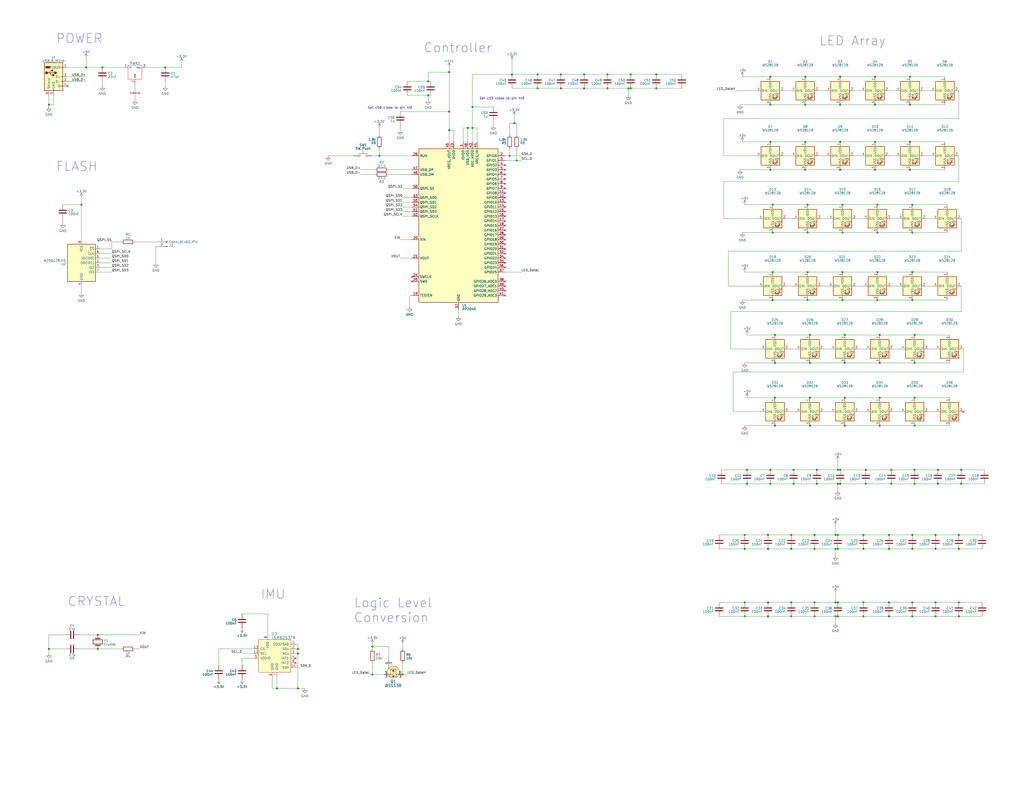
<source format=kicad_sch>
(kicad_sch (version 20230121) (generator eeschema)
  (paper "C")
  (junction (at 471.17 336.55))
  (junction (at 485.14 336.55))
  (junction (at 280.67 67.31))
  (junction (at 444.5 299.72))
  (junction (at 439.42 41.91))
  (junction (at 523.24 328.93))
  (junction (at 420.37 264.16))
  (junction (at 441.96 182.88))
  (junction (at 459.74 163.83))
  (junction (at 255.27 69.85))
  (junction (at 478.79 163.83))
  (junction (at 331.47 40.64))
  (junction (at 420.37 77.47))
  (junction (at 245.11 71.12))
  (junction (at 419.1 336.55))
  (junction (at 406.4 292.1))
  (junction (at 496.57 57.15))
  (junction (at 26.67 354.33))
  (junction (at 407.67 264.16))
  (junction (at 461.01 198.12))
  (junction (at 219.71 368.3))
  (junction (at 458.47 77.47))
  (junction (at 480.06 198.12))
  (junction (at 497.84 148.59))
  (junction (at 486.41 264.16))
  (junction (at 477.52 57.15))
  (junction (at 480.06 182.88))
  (junction (at 459.74 111.76))
  (junction (at 511.81 256.54))
  (junction (at 485.14 299.72))
  (junction (at 497.84 127))
  (junction (at 480.06 232.41))
  (junction (at 496.57 77.47))
  (junction (at 421.64 111.76))
  (junction (at 499.11 182.88))
  (junction (at 477.52 41.91))
  (junction (at 477.52 77.47))
  (junction (at 497.84 292.1))
  (junction (at 162.56 354.33))
  (junction (at 441.96 198.12))
  (junction (at 440.69 127))
  (junction (at 444.5 292.1))
  (junction (at 497.84 163.83))
  (junction (at 420.37 41.91))
  (junction (at 478.79 111.76))
  (junction (at 510.54 292.1))
  (junction (at 440.69 111.76))
  (junction (at 461.01 182.88))
  (junction (at 431.8 336.55))
  (junction (at 458.47 256.54))
  (junction (at 433.07 264.16))
  (junction (at 499.11 198.12))
  (junction (at 278.13 85.09))
  (junction (at 471.17 299.72))
  (junction (at 455.93 336.55))
  (junction (at 461.01 232.41))
  (junction (at 233.68 52.07))
  (junction (at 439.42 77.47))
  (junction (at 233.68 44.45))
  (junction (at 457.2 264.16))
  (junction (at 26.67 57.15))
  (junction (at 279.4 40.64))
  (junction (at 457.2 292.1))
  (junction (at 306.07 48.26))
  (junction (at 461.01 217.17))
  (junction (at 55.88 36.83))
  (junction (at 458.47 57.15))
  (junction (at 523.24 292.1))
  (junction (at 496.57 92.71))
  (junction (at 419.1 299.72))
  (junction (at 203.2 368.3))
  (junction (at 485.14 292.1))
  (junction (at 511.81 264.16))
  (junction (at 431.8 299.72))
  (junction (at 90.17 36.83))
  (junction (at 455.93 299.72))
  (junction (at 281.94 87.63))
  (junction (at 406.4 328.93))
  (junction (at 471.17 328.93))
  (junction (at 431.8 328.93))
  (junction (at 445.77 256.54))
  (junction (at 440.69 163.83))
  (junction (at 457.2 328.93))
  (junction (at 420.37 57.15))
  (junction (at 331.47 48.26))
  (junction (at 499.11 232.41))
  (junction (at 439.42 92.71))
  (junction (at 421.64 148.59))
  (junction (at 441.96 217.17))
  (junction (at 499.11 256.54))
  (junction (at 457.2 336.55))
  (junction (at 524.51 256.54))
  (junction (at 510.54 299.72))
  (junction (at 419.1 328.93))
  (junction (at 497.84 336.55))
  (junction (at 510.54 328.93))
  (junction (at 458.47 41.91))
  (junction (at 344.17 40.64))
  (junction (at 46.99 36.83))
  (junction (at 257.81 58.42))
  (junction (at 458.47 264.16))
  (junction (at 497.84 111.76))
  (junction (at 523.24 299.72))
  (junction (at 497.84 299.72))
  (junction (at 358.14 48.26))
  (junction (at 431.8 292.1))
  (junction (at 455.93 328.93))
  (junction (at 203.2 353.06))
  (junction (at 207.01 85.09))
  (junction (at 318.77 48.26))
  (junction (at 499.11 217.17))
  (junction (at 293.37 40.64))
  (junction (at 499.11 264.16))
  (junction (at 257.81 69.85))
  (junction (at 440.69 148.59))
  (junction (at 444.5 328.93))
  (junction (at 422.91 217.17))
  (junction (at 472.44 256.54))
  (junction (at 472.44 264.16))
  (junction (at 441.96 232.41))
  (junction (at 44.45 111.76))
  (junction (at 422.91 182.88))
  (junction (at 471.17 292.1))
  (junction (at 458.47 92.71))
  (junction (at 406.4 299.72))
  (junction (at 457.2 299.72))
  (junction (at 406.4 336.55))
  (junction (at 245.11 39.37))
  (junction (at 318.77 40.64))
  (junction (at 459.74 148.59))
  (junction (at 407.67 256.54))
  (junction (at 497.84 328.93))
  (junction (at 342.9 48.26))
  (junction (at 524.51 264.16))
  (junction (at 457.2 256.54))
  (junction (at 433.07 256.54))
  (junction (at 344.17 48.26))
  (junction (at 162.56 356.87))
  (junction (at 306.07 40.64))
  (junction (at 480.06 217.17))
  (junction (at 485.14 328.93))
  (junction (at 523.24 336.55))
  (junction (at 444.5 336.55))
  (junction (at 162.56 375.92))
  (junction (at 358.14 40.64))
  (junction (at 53.34 354.33))
  (junction (at 478.79 148.59))
  (junction (at 486.41 256.54))
  (junction (at 496.57 41.91))
  (junction (at 245.11 60.96))
  (junction (at 459.74 127))
  (junction (at 420.37 256.54))
  (junction (at 293.37 48.26))
  (junction (at 421.64 163.83))
  (junction (at 439.42 57.15))
  (junction (at 477.52 92.71))
  (junction (at 53.34 346.71))
  (junction (at 478.79 127))
  (junction (at 420.37 92.71))
  (junction (at 419.1 292.1))
  (junction (at 510.54 336.55))
  (junction (at 421.64 127))
  (junction (at 422.91 198.12))
  (junction (at 445.77 264.16))
  (junction (at 422.91 232.41))
  (junction (at 455.93 292.1))
  (junction (at 151.13 375.92))
  (no_connect (at 275.59 138.43))
  (no_connect (at 525.78 224.79))
  (no_connect (at 275.59 156.21))
  (no_connect (at 275.59 120.65))
  (no_connect (at 275.59 110.49))
  (no_connect (at 275.59 128.27))
  (no_connect (at 275.59 97.79))
  (no_connect (at 275.59 143.51))
  (no_connect (at 275.59 95.25))
  (no_connect (at 224.79 151.13))
  (no_connect (at 275.59 130.81))
  (no_connect (at 275.59 102.87))
  (no_connect (at 275.59 125.73))
  (no_connect (at 275.59 153.67))
  (no_connect (at 275.59 113.03))
  (no_connect (at 275.59 100.33))
  (no_connect (at 275.59 90.17))
  (no_connect (at 36.83 46.99))
  (no_connect (at 275.59 146.05))
  (no_connect (at 275.59 158.75))
  (no_connect (at 161.29 359.41))
  (no_connect (at 275.59 92.71))
  (no_connect (at 275.59 123.19))
  (no_connect (at 275.59 115.57))
  (no_connect (at 275.59 161.29))
  (no_connect (at 275.59 140.97))
  (no_connect (at 275.59 105.41))
  (no_connect (at 275.59 135.89))
  (no_connect (at 275.59 107.95))
  (no_connect (at 161.29 361.95))
  (no_connect (at 224.79 153.67))
  (no_connect (at 275.59 133.35))
  (no_connect (at 275.59 118.11))
  (wire (pts (xy 422.91 182.88) (xy 441.96 182.88)))
  (wire (pts (xy 26.67 346.71) (xy 26.67 354.33)))
  (wire (pts (xy 257.81 69.85) (xy 257.81 58.42)))
  (wire (pts (xy 278.13 73.66) (xy 278.13 67.31)))
  (wire (pts (xy 331.47 48.26) (xy 342.9 48.26)))
  (wire (pts (xy 306.07 40.64) (xy 318.77 40.64)))
  (wire (pts (xy 430.53 224.79) (xy 434.34 224.79)))
  (wire (pts (xy 421.64 148.59) (xy 440.69 148.59)))
  (wire (pts (xy 510.54 299.72) (xy 523.24 299.72)))
  (wire (pts (xy 279.4 40.64) (xy 293.37 40.64)))
  (wire (pts (xy 196.85 95.25) (xy 204.47 95.25)))
  (wire (pts (xy 26.67 57.15) (xy 26.67 52.07)))
  (wire (pts (xy 525.78 203.2) (xy 400.05 203.2)))
  (wire (pts (xy 420.37 256.54) (xy 433.07 256.54)))
  (wire (pts (xy 293.37 40.64) (xy 306.07 40.64)))
  (wire (pts (xy 458.47 77.47) (xy 477.52 77.47)))
  (wire (pts (xy 275.59 85.09) (xy 278.13 85.09)))
  (wire (pts (xy 420.37 57.15) (xy 439.42 57.15)))
  (wire (pts (xy 233.68 39.37) (xy 245.11 39.37)))
  (wire (pts (xy 419.1 299.72) (xy 431.8 299.72)))
  (wire (pts (xy 485.14 49.53) (xy 488.95 49.53)))
  (wire (pts (xy 466.09 49.53) (xy 469.9 49.53)))
  (wire (pts (xy 524.51 256.54) (xy 537.21 256.54)))
  (wire (pts (xy 207.01 85.09) (xy 224.79 85.09)))
  (wire (pts (xy 393.7 264.16) (xy 407.67 264.16)))
  (wire (pts (xy 85.09 134.62) (xy 85.09 143.51)))
  (wire (pts (xy 275.59 87.63) (xy 281.94 87.63)))
  (wire (pts (xy 405.13 127) (xy 421.64 127)))
  (wire (pts (xy 444.5 292.1) (xy 455.93 292.1)))
  (wire (pts (xy 212.09 353.06) (xy 203.2 353.06)))
  (wire (pts (xy 457.2 251.46) (xy 457.2 256.54)))
  (wire (pts (xy 406.4 328.93) (xy 419.1 328.93)))
  (wire (pts (xy 459.74 163.83) (xy 478.79 163.83)))
  (wire (pts (xy 444.5 299.72) (xy 455.93 299.72)))
  (wire (pts (xy 245.11 71.12) (xy 245.11 77.47)))
  (wire (pts (xy 523.24 85.09) (xy 523.24 99.06)))
  (wire (pts (xy 444.5 336.55) (xy 455.93 336.55)))
  (wire (pts (xy 398.78 170.18) (xy 398.78 190.5)))
  (wire (pts (xy 318.77 48.26) (xy 331.47 48.26)))
  (wire (pts (xy 151.13 369.57) (xy 151.13 375.92)))
  (wire (pts (xy 431.8 328.93) (xy 444.5 328.93)))
  (wire (pts (xy 499.11 232.41) (xy 518.16 232.41)))
  (wire (pts (xy 422.91 217.17) (xy 441.96 217.17)))
  (wire (pts (xy 161.29 364.49) (xy 163.83 364.49)))
  (wire (pts (xy 34.29 111.76) (xy 44.45 111.76)))
  (wire (pts (xy 485.14 85.09) (xy 488.95 85.09)))
  (wire (pts (xy 449.58 224.79) (xy 453.39 224.79)))
  (wire (pts (xy 53.34 346.71) (xy 76.2 346.71)))
  (wire (pts (xy 73.66 132.08) (xy 86.36 132.08)))
  (wire (pts (xy 54.61 143.51) (xy 60.96 143.51)))
  (wire (pts (xy 439.42 77.47) (xy 458.47 77.47)))
  (wire (pts (xy 440.69 127) (xy 459.74 127)))
  (wire (pts (xy 458.47 256.54) (xy 472.44 256.54)))
  (wire (pts (xy 457.2 264.16) (xy 457.2 267.97)))
  (wire (pts (xy 212.09 360.68) (xy 212.09 353.06)))
  (wire (pts (xy 260.35 77.47) (xy 260.35 69.85)))
  (wire (pts (xy 162.56 375.92) (xy 166.37 375.92)))
  (wire (pts (xy 132.08 335.28) (xy 146.05 335.28)))
  (wire (pts (xy 445.77 256.54) (xy 457.2 256.54)))
  (wire (pts (xy 35.56 346.71) (xy 26.67 346.71)))
  (wire (pts (xy 60.96 135.89) (xy 54.61 135.89)))
  (wire (pts (xy 26.67 354.33) (xy 35.56 354.33)))
  (wire (pts (xy 448.31 119.38) (xy 452.12 119.38)))
  (wire (pts (xy 457.2 299.72) (xy 471.17 299.72)))
  (wire (pts (xy 218.44 68.58) (xy 218.44 71.12)))
  (wire (pts (xy 132.08 363.22) (xy 132.08 359.41)))
  (wire (pts (xy 461.01 217.17) (xy 480.06 217.17)))
  (wire (pts (xy 447.04 49.53) (xy 450.85 49.53)))
  (wire (pts (xy 485.14 328.93) (xy 497.84 328.93)))
  (wire (pts (xy 275.59 148.59) (xy 284.48 148.59)))
  (wire (pts (xy 162.56 356.87) (xy 162.56 375.92)))
  (wire (pts (xy 459.74 127) (xy 478.79 127)))
  (wire (pts (xy 457.2 336.55) (xy 471.17 336.55)))
  (wire (pts (xy 455.93 336.55) (xy 457.2 336.55)))
  (wire (pts (xy 119.38 363.22) (xy 119.38 354.33)))
  (wire (pts (xy 219.71 115.57) (xy 224.79 115.57)))
  (wire (pts (xy 511.81 256.54) (xy 524.51 256.54)))
  (wire (pts (xy 90.17 44.45) (xy 90.17 46.99)))
  (wire (pts (xy 457.2 264.16) (xy 458.47 264.16)))
  (wire (pts (xy 477.52 92.71) (xy 496.57 92.71)))
  (wire (pts (xy 486.41 119.38) (xy 490.22 119.38)))
  (wire (pts (xy 233.68 52.07) (xy 234.95 52.07)))
  (wire (pts (xy 233.68 39.37) (xy 233.68 44.45)))
  (wire (pts (xy 472.44 256.54) (xy 486.41 256.54)))
  (wire (pts (xy 26.67 58.42) (xy 26.67 57.15)))
  (wire (pts (xy 219.71 113.03) (xy 224.79 113.03)))
  (wire (pts (xy 477.52 41.91) (xy 496.57 41.91)))
  (wire (pts (xy 505.46 119.38) (xy 509.27 119.38)))
  (wire (pts (xy 407.67 264.16) (xy 420.37 264.16)))
  (wire (pts (xy 406.4 336.55) (xy 419.1 336.55)))
  (wire (pts (xy 278.13 85.09) (xy 284.48 85.09)))
  (wire (pts (xy 245.11 36.83) (xy 245.11 39.37)))
  (wire (pts (xy 441.96 232.41) (xy 461.01 232.41)))
  (wire (pts (xy 524.51 170.18) (xy 398.78 170.18)))
  (wire (pts (xy 405.13 77.47) (xy 420.37 77.47)))
  (wire (pts (xy 524.51 119.38) (xy 524.51 137.16)))
  (wire (pts (xy 269.24 66.04) (xy 269.24 68.58)))
  (wire (pts (xy 358.14 48.26) (xy 372.11 48.26)))
  (wire (pts (xy 252.73 69.85) (xy 255.27 69.85)))
  (wire (pts (xy 486.41 264.16) (xy 499.11 264.16)))
  (wire (pts (xy 478.79 163.83) (xy 497.84 163.83)))
  (wire (pts (xy 203.2 353.06) (xy 203.2 354.33)))
  (wire (pts (xy 36.83 36.83) (xy 46.99 36.83)))
  (wire (pts (xy 162.56 354.33) (xy 162.56 356.87)))
  (wire (pts (xy 458.47 92.71) (xy 477.52 92.71)))
  (wire (pts (xy 497.84 336.55) (xy 510.54 336.55)))
  (wire (pts (xy 523.24 99.06) (xy 394.97 99.06)))
  (wire (pts (xy 306.07 48.26) (xy 318.77 48.26)))
  (wire (pts (xy 255.27 69.85) (xy 257.81 69.85)))
  (wire (pts (xy 440.69 148.59) (xy 459.74 148.59)))
  (wire (pts (xy 468.63 190.5) (xy 472.44 190.5)))
  (wire (pts (xy 458.47 57.15) (xy 477.52 57.15)))
  (wire (pts (xy 219.71 351.79) (xy 219.71 354.33)))
  (wire (pts (xy 455.93 287.02) (xy 455.93 292.1)))
  (wire (pts (xy 331.47 40.64) (xy 344.17 40.64)))
  (wire (pts (xy 257.81 77.47) (xy 257.81 69.85)))
  (wire (pts (xy 523.24 328.93) (xy 535.94 328.93)))
  (wire (pts (xy 510.54 328.93) (xy 523.24 328.93)))
  (wire (pts (xy 394.97 64.77) (xy 394.97 85.09)))
  (wire (pts (xy 148.59 369.57) (xy 148.59 375.92)))
  (wire (pts (xy 477.52 57.15) (xy 496.57 57.15)))
  (wire (pts (xy 400.05 203.2) (xy 400.05 224.79)))
  (wire (pts (xy 421.64 163.83) (xy 440.69 163.83)))
  (wire (pts (xy 281.94 87.63) (xy 284.48 87.63)))
  (wire (pts (xy 525.78 190.5) (xy 525.78 203.2)))
  (wire (pts (xy 146.05 335.28) (xy 146.05 346.71)))
  (wire (pts (xy 439.42 57.15) (xy 458.47 57.15)))
  (wire (pts (xy 455.93 336.55) (xy 455.93 340.36)))
  (wire (pts (xy 212.09 92.71) (xy 224.79 92.71)))
  (wire (pts (xy 499.11 256.54) (xy 511.81 256.54)))
  (wire (pts (xy 207.01 81.28) (xy 207.01 85.09)))
  (wire (pts (xy 406.4 148.59) (xy 421.64 148.59)))
  (wire (pts (xy 161.29 354.33) (xy 162.56 354.33)))
  (wire (pts (xy 406.4 198.12) (xy 422.91 198.12)))
  (wire (pts (xy 278.13 81.28) (xy 278.13 85.09)))
  (wire (pts (xy 223.52 167.64) (xy 223.52 161.29)))
  (wire (pts (xy 441.96 217.17) (xy 461.01 217.17)))
  (wire (pts (xy 487.68 224.79) (xy 491.49 224.79)))
  (wire (pts (xy 219.71 107.95) (xy 224.79 107.95)))
  (wire (pts (xy 431.8 299.72) (xy 444.5 299.72)))
  (wire (pts (xy 43.18 354.33) (xy 53.34 354.33)))
  (wire (pts (xy 90.17 36.83) (xy 99.06 36.83)))
  (wire (pts (xy 497.84 148.59) (xy 516.89 148.59)))
  (wire (pts (xy 496.57 77.47) (xy 515.62 77.47)))
  (wire (pts (xy 398.78 190.5) (xy 415.29 190.5)))
  (wire (pts (xy 222.25 44.45) (xy 233.68 44.45)))
  (wire (pts (xy 524.51 156.21) (xy 524.51 170.18)))
  (wire (pts (xy 406.4 292.1) (xy 419.1 292.1)))
  (wire (pts (xy 281.94 81.28) (xy 281.94 87.63)))
  (wire (pts (xy 344.17 48.26) (xy 358.14 48.26)))
  (wire (pts (xy 233.68 52.07) (xy 233.68 54.61)))
  (wire (pts (xy 407.67 256.54) (xy 420.37 256.54)))
  (wire (pts (xy 419.1 336.55) (xy 431.8 336.55)))
  (wire (pts (xy 394.97 119.38) (xy 414.02 119.38)))
  (wire (pts (xy 203.2 368.3) (xy 209.55 368.3)))
  (wire (pts (xy 400.05 224.79) (xy 415.29 224.79)))
  (wire (pts (xy 458.47 41.91) (xy 477.52 41.91)))
  (wire (pts (xy 392.43 299.72) (xy 406.4 299.72)))
  (wire (pts (xy 471.17 292.1) (xy 485.14 292.1)))
  (wire (pts (xy 358.14 40.64) (xy 372.11 40.64)))
  (wire (pts (xy 201.93 368.3) (xy 203.2 368.3)))
  (wire (pts (xy 407.67 182.88) (xy 422.91 182.88)))
  (wire (pts (xy 148.59 375.92) (xy 151.13 375.92)))
  (wire (pts (xy 455.93 299.72) (xy 455.93 303.53)))
  (wire (pts (xy 524.51 137.16) (xy 397.51 137.16)))
  (wire (pts (xy 55.88 44.45) (xy 55.88 46.99)))
  (wire (pts (xy 448.31 156.21) (xy 452.12 156.21)))
  (wire (pts (xy 485.14 292.1) (xy 497.84 292.1)))
  (wire (pts (xy 219.71 110.49) (xy 224.79 110.49)))
  (wire (pts (xy 406.4 299.72) (xy 419.1 299.72)))
  (wire (pts (xy 499.11 217.17) (xy 518.16 217.17)))
  (wire (pts (xy 80.01 36.83) (xy 90.17 36.83)))
  (wire (pts (xy 278.13 67.31) (xy 280.67 67.31)))
  (wire (pts (xy 212.09 95.25) (xy 224.79 95.25)))
  (wire (pts (xy 497.84 328.93) (xy 510.54 328.93)))
  (wire (pts (xy 54.61 138.43) (xy 60.96 138.43)))
  (wire (pts (xy 420.37 92.71) (xy 439.42 92.71)))
  (wire (pts (xy 397.51 156.21) (xy 414.02 156.21)))
  (wire (pts (xy 405.13 41.91) (xy 420.37 41.91)))
  (wire (pts (xy 504.19 85.09) (xy 508 85.09)))
  (wire (pts (xy 506.73 224.79) (xy 510.54 224.79)))
  (wire (pts (xy 449.58 190.5) (xy 453.39 190.5)))
  (wire (pts (xy 44.45 111.76) (xy 44.45 130.81)))
  (wire (pts (xy 480.06 217.17) (xy 499.11 217.17)))
  (wire (pts (xy 480.06 232.41) (xy 499.11 232.41)))
  (wire (pts (xy 420.37 41.91) (xy 439.42 41.91)))
  (wire (pts (xy 496.57 57.15) (xy 515.62 57.15)))
  (wire (pts (xy 392.43 292.1) (xy 406.4 292.1)))
  (wire (pts (xy 444.5 328.93) (xy 455.93 328.93)))
  (wire (pts (xy 471.17 336.55) (xy 485.14 336.55)))
  (wire (pts (xy 247.65 71.12) (xy 245.11 71.12)))
  (wire (pts (xy 472.44 264.16) (xy 486.41 264.16)))
  (wire (pts (xy 524.51 264.16) (xy 537.21 264.16)))
  (wire (pts (xy 497.84 299.72) (xy 510.54 299.72)))
  (wire (pts (xy 44.45 156.21) (xy 44.45 160.02)))
  (wire (pts (xy 260.35 69.85) (xy 257.81 69.85)))
  (wire (pts (xy 440.69 111.76) (xy 459.74 111.76)))
  (wire (pts (xy 461.01 182.88) (xy 480.06 182.88)))
  (wire (pts (xy 196.85 92.71) (xy 204.47 92.71)))
  (wire (pts (xy 132.08 356.87) (xy 138.43 356.87)))
  (wire (pts (xy 279.4 33.02) (xy 279.4 40.64)))
  (wire (pts (xy 43.18 346.71) (xy 53.34 346.71)))
  (wire (pts (xy 34.29 119.38) (xy 34.29 121.92)))
  (wire (pts (xy 218.44 130.81) (xy 224.79 130.81)))
  (wire (pts (xy 511.81 264.16) (xy 524.51 264.16)))
  (wire (pts (xy 54.61 140.97) (xy 60.96 140.97)))
  (wire (pts (xy 497.84 111.76) (xy 516.89 111.76)))
  (wire (pts (xy 427.99 85.09) (xy 431.8 85.09)))
  (wire (pts (xy 342.9 48.26) (xy 342.9 52.07)))
  (wire (pts (xy 219.71 102.87) (xy 224.79 102.87)))
  (wire (pts (xy 468.63 224.79) (xy 472.44 224.79)))
  (wire (pts (xy 394.97 85.09) (xy 412.75 85.09)))
  (wire (pts (xy 439.42 41.91) (xy 458.47 41.91)))
  (wire (pts (xy 466.09 85.09) (xy 469.9 85.09)))
  (wire (pts (xy 393.7 256.54) (xy 407.67 256.54)))
  (wire (pts (xy 203.2 361.95) (xy 203.2 368.3)))
  (wire (pts (xy 421.64 127) (xy 440.69 127)))
  (wire (pts (xy 457.2 256.54) (xy 458.47 256.54)))
  (wire (pts (xy 73.66 354.33) (xy 76.2 354.33)))
  (wire (pts (xy 440.69 163.83) (xy 459.74 163.83)))
  (wire (pts (xy 406.4 111.76) (xy 421.64 111.76)))
  (wire (pts (xy 219.71 361.95) (xy 219.71 368.3)))
  (wire (pts (xy 457.2 292.1) (xy 471.17 292.1)))
  (wire (pts (xy 162.56 351.79) (xy 162.56 354.33)))
  (wire (pts (xy 318.77 40.64) (xy 331.47 40.64)))
  (wire (pts (xy 247.65 77.47) (xy 247.65 71.12)))
  (wire (pts (xy 252.73 77.47) (xy 252.73 69.85)))
  (wire (pts (xy 431.8 292.1) (xy 444.5 292.1)))
  (wire (pts (xy 119.38 354.33) (xy 138.43 354.33)))
  (wire (pts (xy 447.04 85.09) (xy 450.85 85.09)))
  (wire (pts (xy 219.71 118.11) (xy 224.79 118.11)))
  (wire (pts (xy 485.14 299.72) (xy 497.84 299.72)))
  (wire (pts (xy 429.26 119.38) (xy 433.07 119.38)))
  (wire (pts (xy 441.96 198.12) (xy 461.01 198.12)))
  (wire (pts (xy 433.07 264.16) (xy 445.77 264.16)))
  (wire (pts (xy 60.96 132.08) (xy 60.96 135.89)))
  (wire (pts (xy 406.4 232.41) (xy 422.91 232.41)))
  (wire (pts (xy 203.2 85.09) (xy 207.01 85.09)))
  (wire (pts (xy 222.25 52.07) (xy 233.68 52.07)))
  (wire (pts (xy 461.01 232.41) (xy 480.06 232.41)))
  (wire (pts (xy 255.27 77.47) (xy 255.27 69.85)))
  (wire (pts (xy 392.43 336.55) (xy 406.4 336.55)))
  (wire (pts (xy 523.24 299.72) (xy 535.94 299.72)))
  (wire (pts (xy 46.99 36.83) (xy 55.88 36.83)))
  (wire (pts (xy 505.46 156.21) (xy 509.27 156.21)))
  (wire (pts (xy 281.94 67.31) (xy 281.94 73.66)))
  (wire (pts (xy 478.79 127) (xy 497.84 127)))
  (wire (pts (xy 457.2 328.93) (xy 471.17 328.93)))
  (wire (pts (xy 245.11 60.96) (xy 245.11 71.12)))
  (wire (pts (xy 29.21 57.15) (xy 26.67 57.15)))
  (wire (pts (xy 73.66 45.72) (xy 73.66 54.61)))
  (wire (pts (xy 487.68 190.5) (xy 491.49 190.5)))
  (wire (pts (xy 420.37 77.47) (xy 439.42 77.47)))
  (wire (pts (xy 401.32 49.53) (xy 412.75 49.53)))
  (wire (pts (xy 471.17 328.93) (xy 485.14 328.93)))
  (wire (pts (xy 459.74 111.76) (xy 478.79 111.76)))
  (wire (pts (xy 60.96 132.08) (xy 66.04 132.08)))
  (wire (pts (xy 250.19 168.91) (xy 250.19 172.72)))
  (wire (pts (xy 419.1 292.1) (xy 431.8 292.1)))
  (wire (pts (xy 478.79 111.76) (xy 497.84 111.76)))
  (wire (pts (xy 455.93 292.1) (xy 457.2 292.1)))
  (wire (pts (xy 504.19 49.53) (xy 508 49.53)))
  (wire (pts (xy 218.44 60.96) (xy 245.11 60.96)))
  (wire (pts (xy 486.41 156.21) (xy 490.22 156.21)))
  (wire (pts (xy 480.06 182.88) (xy 499.11 182.88)))
  (wire (pts (xy 427.99 49.53) (xy 431.8 49.53)))
  (wire (pts (xy 203.2 351.79) (xy 203.2 353.06)))
  (wire (pts (xy 179.07 85.09) (xy 193.04 85.09)))
  (wire (pts (xy 53.34 354.33) (xy 66.04 354.33)))
  (wire (pts (xy 29.21 52.07) (xy 29.21 57.15)))
  (wire (pts (xy 420.37 264.16) (xy 433.07 264.16)))
  (wire (pts (xy 497.84 163.83) (xy 516.89 163.83)))
  (wire (pts (xy 431.8 336.55) (xy 444.5 336.55)))
  (wire (pts (xy 46.99 31.75) (xy 46.99 36.83)))
  (wire (pts (xy 86.36 134.62) (xy 85.09 134.62)))
  (wire (pts (xy 54.61 148.59) (xy 60.96 148.59)))
  (wire (pts (xy 496.57 92.71) (xy 515.62 92.71)))
  (wire (pts (xy 36.83 44.45) (xy 46.99 44.45)))
  (wire (pts (xy 293.37 48.26) (xy 306.07 48.26)))
  (wire (pts (xy 151.13 375.92) (xy 162.56 375.92)))
  (wire (pts (xy 280.67 67.31) (xy 281.94 67.31)))
  (wire (pts (xy 223.52 161.29) (xy 224.79 161.29)))
  (wire (pts (xy 405.13 163.83) (xy 421.64 163.83)))
  (wire (pts (xy 455.93 323.85) (xy 455.93 328.93)))
  (wire (pts (xy 471.17 299.72) (xy 485.14 299.72)))
  (wire (pts (xy 403.86 92.71) (xy 420.37 92.71)))
  (wire (pts (xy 458.47 264.16) (xy 472.44 264.16)))
  (wire (pts (xy 397.51 137.16) (xy 397.51 156.21)))
  (wire (pts (xy 279.4 48.26) (xy 293.37 48.26)))
  (wire (pts (xy 44.45 107.95) (xy 44.45 111.76)))
  (wire (pts (xy 429.26 156.21) (xy 433.07 156.21)))
  (wire (pts (xy 280.67 63.5) (xy 280.67 67.31)))
  (wire (pts (xy 26.67 356.87) (xy 26.67 354.33)))
  (wire (pts (xy 480.06 198.12) (xy 499.11 198.12)))
  (wire (pts (xy 439.42 92.71) (xy 458.47 92.71)))
  (wire (pts (xy 523.24 49.53) (xy 523.24 64.77)))
  (wire (pts (xy 207.01 69.85) (xy 207.01 73.66)))
  (wire (pts (xy 497.84 127) (xy 516.89 127)))
  (wire (pts (xy 233.68 44.45) (xy 234.95 44.45)))
  (wire (pts (xy 422.91 232.41) (xy 441.96 232.41)))
  (wire (pts (xy 218.44 140.97) (xy 224.79 140.97)))
  (wire (pts (xy 523.24 336.55) (xy 535.94 336.55)))
  (wire (pts (xy 499.11 182.88) (xy 518.16 182.88)))
  (wire (pts (xy 496.57 41.91) (xy 515.62 41.91)))
  (wire (pts (xy 161.29 351.79) (xy 162.56 351.79)))
  (wire (pts (xy 245.11 39.37) (xy 245.11 60.96)))
  (wire (pts (xy 510.54 336.55) (xy 523.24 336.55)))
  (wire (pts (xy 55.88 36.83) (xy 67.31 36.83)))
  (wire (pts (xy 99.06 34.29) (xy 99.06 36.83)))
  (wire (pts (xy 485.14 336.55) (xy 497.84 336.55)))
  (wire (pts (xy 36.83 41.91) (xy 46.99 41.91)))
  (wire (pts (xy 257.81 40.64) (xy 257.81 58.42)))
  (wire (pts (xy 467.36 156.21) (xy 471.17 156.21)))
  (wire (pts (xy 499.11 264.16) (xy 511.81 264.16)))
  (wire (pts (xy 433.07 256.54) (xy 445.77 256.54)))
  (wire (pts (xy 441.96 182.88) (xy 461.01 182.88)))
  (wire (pts (xy 161.29 356.87) (xy 162.56 356.87)))
  (wire (pts (xy 257.81 40.64) (xy 279.4 40.64)))
  (wire (pts (xy 478.79 148.59) (xy 497.84 148.59)))
  (wire (pts (xy 430.53 190.5) (xy 434.34 190.5)))
  (wire (pts (xy 499.11 198.12) (xy 518.16 198.12)))
  (wire (pts (xy 421.64 111.76) (xy 440.69 111.76)))
  (wire (pts (xy 342.9 48.26) (xy 344.17 48.26)))
  (wire (pts (xy 257.81 58.42) (xy 269.24 58.42)))
  (wire (pts (xy 461.01 198.12) (xy 480.06 198.12)))
  (wire (pts (xy 344.17 40.64) (xy 358.14 40.64)))
  (wire (pts (xy 132.08 359.41) (xy 138.43 359.41)))
  (wire (pts (xy 459.74 148.59) (xy 478.79 148.59)))
  (wire (pts (xy 506.73 190.5) (xy 510.54 190.5)))
  (wire (pts (xy 486.41 256.54) (xy 499.11 256.54)))
  (wire (pts (xy 477.52 77.47) (xy 496.57 77.47)))
  (wire (pts (xy 455.93 299.72) (xy 457.2 299.72)))
  (wire (pts (xy 523.24 292.1) (xy 535.94 292.1)))
  (wire (pts (xy 510.54 292.1) (xy 523.24 292.1)))
  (wire (pts (xy 523.24 64.77) (xy 394.97 64.77)))
  (wire (pts (xy 54.61 146.05) (xy 60.96 146.05)))
  (wire (pts (xy 445.77 264.16) (xy 457.2 264.16)))
  (wire (pts (xy 403.86 57.15) (xy 420.37 57.15)))
  (wire (pts (xy 419.1 328.93) (xy 431.8 328.93)))
  (wire (pts (xy 392.43 328.93) (xy 406.4 328.93)))
  (wire (pts (xy 467.36 119.38) (xy 471.17 119.38)))
  (wire (pts (xy 497.84 292.1) (xy 510.54 292.1)))
  (wire (pts (xy 407.67 217.17) (xy 422.91 217.17)))
  (wire (pts (xy 422.91 198.12) (xy 441.96 198.12)))
  (wire (pts (xy 394.97 99.06) (xy 394.97 119.38)))
  (wire (pts (xy 219.71 368.3) (xy 222.25 368.3)))
  (wire (pts (xy 455.93 328.93) (xy 457.2 328.93)))
  (text "POWER" (at 30.48 24.13 0) (effects (font (size 5 5)) (justify left bottom)))
  (text "Logic Level\nConversion " (at 193.04 340.36 0) (effects (font (size 5 5)) (justify left bottom)))
  (text "Get c53 close to pin 44!" (at 261.62 54.61 0) (effects (font (size 1.27 1.27)) (justify left bottom)))
  (text "Get c56 close to pin 45!" (at 200.66 59.69 0) (effects (font (size 1.27 1.27)) (justify left bottom)))
  (text "IMU" (at 142.24 327.66 0) (effects (font (size 5 5)) (justify left bottom)))
  (text "CRYSTAL" (at 36.83 331.47 0) (effects (font (size 5 5)) (justify left bottom)))
  (text "Controller" (at 231.14 29.21 0) (effects (font (size 5 5)) (justify left bottom)))
  (text "LED Array" (at 447.04 25.4 0) (effects (font (size 5 5)) (justify left bottom)))
  (text "FLASH" (at 30.48 93.98 0) (effects (font (size 5 5)) (justify left bottom)))
  (label "QSPI_SS" (at 219.71 102.87 180))
  (label "LED_DataH" (at 401.32 49.53 180))
  (label "QSPI_SD1" (at 60.96 143.51 0))
  (label "SCL_0" (at 132.08 356.87 180))
  (label "QSPI_SS" (at 60.96 132.08 180))
  (label "XOUT" (at 218.44 140.97 180))
  (label "SDA_0" (at 163.83 364.49 0))
  (label "USB_D-" (at 46.99 44.45 180))
  (label "XIN" (at 76.2 346.71 0))
  (label "USB_D+" (at 46.99 41.91 180))
  (label "QSPI_SD2" (at 219.71 113.03 180))
  (label "USB_D+" (at 196.85 92.71 180))
  (label "QSPI_SD1" (at 219.71 110.49 180))
  (label "LED_DataH" (at 222.25 368.3 0))
  (label "QSPI_SD3" (at 60.96 148.59 0))
  (label "QSPI_SD2" (at 60.96 146.05 0))
  (label "QSPI_SD0" (at 219.71 107.95 180))
  (label "SDA_0" (at 284.48 85.09 0))
  (label "XOUT" (at 76.2 354.33 0))
  (label "SCL_0" (at 284.48 87.63 0))
  (label "LED_DataL" (at 284.48 148.59 0))
  (label "LED_DataL" (at 201.93 368.3 180))
  (label "USB_D-" (at 196.85 95.25 180))
  (label "QSPI_SCLK" (at 219.71 118.11 180))
  (label "XIN" (at 218.44 130.81 180))
  (label "QSPI_SD3" (at 219.71 115.57 180))
  (label "QSPI_SCLK" (at 60.96 138.43 0))
  (label "QSPI_SD0" (at 60.96 140.97 0))
  (symbol (lib_id "power:+5V") (at 407.67 182.88 0) (unit 1)
    (property "Reference" "#PWR017" (effects hide))
    (property "Value" "+5V" (at 407.67 179.3781 0))
  )
  (symbol (lib_id "Device:C") (at 535.94 295.91 0) (mirror y) (unit 1)
    (property "Reference" "C30" (at 533.019 295.2663 0) (effects (justify left)))
    (property "Value" "100nF" (at 533.019 297.1873 0) (effects (justify left)))
    (property "Footprint" "Capacitor_SMD:C_0603_1608Metric" (effects hide))
  )
  (symbol (lib_id "power:GND") (at 223.52 167.64 0) (unit 1)
    (property "Reference" "#PWR045" (effects hide))
    (property "Value" "GND" (at 223.52 171.7755 0))
  )
  (symbol (lib_id "Device:C") (at 344.17 44.45 0) (mirror y) (unit 1)
    (property "Reference" "C50" (at 341.249 43.8063 0) (effects (justify left)))
    (property "Value" "100nF" (at 341.249 45.7273 0) (effects (justify left)))
    (property "Footprint" "Capacitor_SMD:C_0603_1608Metric" (effects hide))
  )
  (symbol (lib_id "power:GND") (at 342.9 52.07 0) (unit 1)
    (property "Reference" "#PWR039" (effects hide))
    (property "Value" "GND" (at 342.9 56.2055 0))
  )
  (symbol (lib_id "LED:WS2812B") (at 477.52 49.53 0) (unit 1)
    (property "Reference" "D4" (at 477.52 33.639 0))
    (property "Value" "WS2812B" (at 477.52 35.56 0))
    (property "Footprint" "LED_SMD:LED_WS2812B-2020_PLCC4_2.0x2.0mm" (effects hide))
    (property "Datasheet" "https://cdn-shop.adafruit.com/datasheets/WS2812B.pdf" (effects hide))
  )
  (symbol (lib_id "Device:C") (at 119.38 367.03 0) (mirror y) (unit 1)
    (property "Reference" "C44" (at 116.459 366.3863 0) (effects (justify left)))
    (property "Value" "100nF" (at 116.459 368.3073 0) (effects (justify left)))
    (property "Footprint" "Capacitor_SMD:C_0603_1608Metric" (effects hide))
  )
  (symbol (lib_id "LED:WS2812B") (at 516.89 156.21 0) (unit 1)
    (property "Reference" "D24" (at 516.89 140.319 0))
    (property "Value" "WS2812B" (at 516.89 142.24 0))
    (property "Footprint" "LED_SMD:LED_WS2812B-2020_PLCC4_2.0x2.0mm" (effects hide))
    (property "Datasheet" "https://cdn-shop.adafruit.com/datasheets/WS2812B.pdf" (effects hide))
  )
  (symbol (lib_id "LED:WS2812B") (at 439.42 85.09 0) (unit 1)
    (property "Reference" "D8" (at 439.42 69.199 0))
    (property "Value" "WS2812B" (at 439.42 71.12 0))
    (property "Footprint" "LED_SMD:LED_WS2812B-2020_PLCC4_2.0x2.0mm" (effects hide))
    (property "Datasheet" "https://cdn-shop.adafruit.com/datasheets/WS2812B.pdf" (effects hide))
  )
  (symbol (lib_id "Device:C") (at 444.5 295.91 0) (mirror y) (unit 1)
    (property "Reference" "C23" (at 441.579 295.2663 0) (effects (justify left)))
    (property "Value" "100nF" (at 441.579 297.1873 0) (effects (justify left)))
    (property "Footprint" "Capacitor_SMD:C_0603_1608Metric" (effects hide))
  )
  (symbol (lib_id "Device:C") (at 406.4 295.91 0) (mirror y) (unit 1)
    (property "Reference" "C20" (at 403.479 295.2663 0) (effects (justify left)))
    (property "Value" "100nF" (at 403.479 297.1873 0) (effects (justify left)))
    (property "Footprint" "Capacitor_SMD:C_0603_1608Metric" (effects hide))
  )
  (symbol (lib_id "Device:C") (at 420.37 260.35 0) (mirror y) (unit 1)
    (property "Reference" "C7" (at 417.449 259.7063 0) (effects (justify left)))
    (property "Value" "100nF" (at 417.449 261.6273 0) (effects (justify left)))
    (property "Footprint" "Capacitor_SMD:C_0603_1608Metric" (effects hide))
  )
  (symbol (lib_id "power:+5V") (at 219.71 351.79 0) (unit 1)
    (property "Reference" "#PWR025" (effects hide))
    (property "Value" "+5V" (at 219.71 348.2881 0))
  )
  (symbol (lib_id "LED:WS2812B") (at 499.11 190.5 0) (unit 1)
    (property "Reference" "D29" (at 499.11 174.609 0))
    (property "Value" "WS2812B" (at 499.11 176.53 0))
    (property "Footprint" "LED_SMD:LED_WS2812B-2020_PLCC4_2.0x2.0mm" (effects hide))
    (property "Datasheet" "https://cdn-shop.adafruit.com/datasheets/WS2812B.pdf" (effects hide))
  )
  (symbol (lib_id "Device:R") (at 281.94 77.47 0) (mirror y) (unit 1)
    (property "Reference" "R8" (at 283.718 78.1137 0) (effects (justify right)))
    (property "Value" "1.8k" (at 283.718 76.1927 0) (effects (justify right)))
    (property "Footprint" "Resistor_SMD:R_0603_1608Metric_Pad0.98x0.95mm_HandSolder" (effects hide))
  )
  (symbol (lib_id "Device:C") (at 392.43 295.91 0) (mirror y) (unit 1)
    (property "Reference" "C19" (at 389.509 295.2663 0) (effects (justify left)))
    (property "Value" "100nF" (at 389.509 297.1873 0) (effects (justify left)))
    (property "Footprint" "Capacitor_SMD:C_0603_1608Metric" (effects hide))
  )
  (symbol (lib_id "LED:WS2812B") (at 497.84 119.38 0) (unit 1)
    (property "Reference" "D17" (at 497.84 103.489 0))
    (property "Value" "WS2812B" (at 497.84 105.41 0))
    (property "Footprint" "LED_SMD:LED_WS2812B-2020_PLCC4_2.0x2.0mm" (effects hide))
    (property "Datasheet" "https://cdn-shop.adafruit.com/datasheets/WS2812B.pdf" (effects hide))
  )
  (symbol (lib_id "Device:R") (at 69.85 354.33 90) (mirror x) (unit 1)
    (property "Reference" "R4" (at 69.85 358.3559 90))
    (property "Value" "1k" (at 69.85 356.4349 90))
    (property "Footprint" "Resistor_SMD:R_0603_1608Metric_Pad0.98x0.95mm_HandSolder" (effects hide))
  )
  (symbol (lib_id "Device:R") (at 208.28 92.71 90) (unit 1)
    (property "Reference" "R2" (at 208.28 88.6841 90))
    (property "Value" "27.4" (at 208.28 90.6051 90))
    (property "Footprint" "Resistor_SMD:R_0603_1608Metric_Pad0.98x0.95mm_HandSolder" (effects hide))
  )
  (symbol (lib_id "LED:WS2812B") (at 440.69 156.21 0) (unit 1)
    (property "Reference" "D20" (at 440.69 140.319 0))
    (property "Value" "WS2812B" (at 440.69 142.24 0))
    (property "Footprint" "LED_SMD:LED_WS2812B-2020_PLCC4_2.0x2.0mm" (effects hide))
    (property "Datasheet" "https://cdn-shop.adafruit.com/datasheets/WS2812B.pdf" (effects hide))
  )
  (symbol (lib_id "power:+5V") (at 457.2 251.46 0) (unit 1)
    (property "Reference" "#PWR027" (effects hide))
    (property "Value" "+5V" (at 457.2 247.9581 0))
  )
  (symbol (lib_id "power:+5V") (at 405.13 77.47 0) (unit 1)
    (property "Reference" "#PWR014" (effects hide))
    (property "Value" "+5V" (at 405.13 73.9681 0))
  )
  (symbol (lib_id "power:GND") (at 269.24 68.58 0) (unit 1)
    (property "Reference" "#PWR038" (effects hide))
    (property "Value" "GND" (at 269.24 72.7155 0))
  )
  (symbol (lib_id "Device:C") (at 419.1 295.91 0) (mirror y) (unit 1)
    (property "Reference" "C21" (at 416.179 295.2663 0) (effects (justify left)))
    (property "Value" "100nF" (at 416.179 297.1873 0) (effects (justify left)))
    (property "Footprint" "Capacitor_SMD:C_0603_1608Metric" (effects hide))
  )
  (symbol (lib_id "Device:C") (at 445.77 260.35 0) (mirror y) (unit 1)
    (property "Reference" "C9" (at 442.849 259.7063 0) (effects (justify left)))
    (property "Value" "100nF" (at 442.849 261.6273 0) (effects (justify left)))
    (property "Footprint" "Capacitor_SMD:C_0603_1608Metric" (effects hide))
  )
  (symbol (lib_id "LED:WS2812B") (at 461.01 224.79 0) (unit 1)
    (property "Reference" "D33" (at 461.01 208.899 0))
    (property "Value" "WS2812B" (at 461.01 210.82 0))
    (property "Footprint" "LED_SMD:LED_WS2812B-2020_PLCC4_2.0x2.0mm" (effects hide))
    (property "Datasheet" "https://cdn-shop.adafruit.com/datasheets/WS2812B.pdf" (effects hide))
  )
  (symbol (lib_id "power:+5V") (at 406.4 111.76 0) (unit 1)
    (property "Reference" "#PWR015" (effects hide))
    (property "Value" "+5V" (at 406.4 108.2581 0))
  )
  (symbol (lib_id "power:+3.3V") (at 207.01 69.85 0) (unit 1)
    (property "Reference" "#PWR048" (effects hide))
    (property "Value" "+3.3V" (at 207.01 66.3481 0))
  )
  (symbol (lib_id "Device:Crystal") (at 53.34 350.52 90) (unit 1)
    (property "Reference" "Y1" (at 56.6674 349.8763 90) (effects (justify right)))
    (property "Value" "Crystal" (at 56.6674 351.7973 90) (effects (justify right)))
    (property "Footprint" "Crystal:Crystal_SMD_HC49-SD" (effects hide))
  )
  (symbol (lib_id "Device:C") (at 132.08 339.09 0) (mirror y) (unit 1)
    (property "Reference" "C6" (at 129.159 338.4463 0) (effects (justify left)))
    (property "Value" "100nF" (at 129.159 340.3673 0) (effects (justify left)))
    (property "Footprint" "Capacitor_SMD:C_0603_1608Metric" (effects hide))
  )
  (symbol (lib_id "LED:WS2812B") (at 422.91 190.5 0) (unit 1)
    (property "Reference" "D25" (at 422.91 174.609 0))
    (property "Value" "WS2812B" (at 422.91 176.53 0))
    (property "Footprint" "LED_SMD:LED_WS2812B-2020_PLCC4_2.0x2.0mm" (effects hide))
    (property "Datasheet" "https://cdn-shop.adafruit.com/datasheets/WS2812B.pdf" (effects hide))
  )
  (symbol (lib_id "LED:WS2812B") (at 422.91 224.79 0) (unit 1)
    (property "Reference" "D31" (at 422.91 208.899 0))
    (property "Value" "WS2812B" (at 422.91 210.82 0))
    (property "Footprint" "LED_SMD:LED_WS2812B-2020_PLCC4_2.0x2.0mm" (effects hide))
    (property "Datasheet" "https://cdn-shop.adafruit.com/datasheets/WS2812B.pdf" (effects hide))
  )
  (symbol (lib_id "Device:C") (at 485.14 332.74 0) (mirror y) (unit 1)
    (property "Reference" "C38" (at 482.219 332.0963 0) (effects (justify left)))
    (property "Value" "100nF" (at 482.219 334.0173 0) (effects (justify left)))
    (property "Footprint" "Capacitor_SMD:C_0603_1608Metric" (effects hide))
  )
  (symbol (lib_id "MCU_RaspberryPi:RP2040") (at 250.19 123.19 0) (unit 1)
    (property "Reference" "U1" (at 252.1459 166.8225 0) (effects (justify left)))
    (property "Value" "RP2040" (at 252.1459 168.7435 0) (effects (justify left)))
    (property "Footprint" "Package_DFN_QFN:QFN-56-1EP_7x7mm_P0.4mm_EP3.2x3.2mm" (effects hide))
    (property "Datasheet" "https://datasheets.raspberrypi.com/rp2040/rp2040-datasheet.pdf" (effects hide))
  )
  (symbol (lib_id "LED:WS2812B") (at 497.84 156.21 0) (unit 1)
    (property "Reference" "D23" (at 497.84 140.319 0))
    (property "Value" "WS2812B" (at 497.84 142.24 0))
    (property "Footprint" "LED_SMD:LED_WS2812B-2020_PLCC4_2.0x2.0mm" (effects hide))
    (property "Datasheet" "https://cdn-shop.adafruit.com/datasheets/WS2812B.pdf" (effects hide))
  )
  (symbol (lib_id "Device:C") (at 132.08 367.03 0) (mirror y) (unit 1)
    (property "Reference" "C43" (at 129.159 366.3863 0) (effects (justify left)))
    (property "Value" "100nF" (at 129.159 368.3073 0) (effects (justify left)))
    (property "Footprint" "Capacitor_SMD:C_0603_1608Metric" (effects hide))
  )
  (symbol (lib_id "LED:WS2812B") (at 421.64 119.38 0) (unit 1)
    (property "Reference" "D13" (at 421.64 103.489 0))
    (property "Value" "WS2812B" (at 421.64 105.41 0))
    (property "Footprint" "LED_SMD:LED_WS2812B-2020_PLCC4_2.0x2.0mm" (effects hide))
    (property "Datasheet" "https://cdn-shop.adafruit.com/datasheets/WS2812B.pdf" (effects hide))
  )
  (symbol (lib_id "Device:R") (at 208.28 95.25 270) (mirror x) (unit 1)
    (property "Reference" "R3" (at 208.28 99.2759 90))
    (property "Value" "27.4" (at 208.28 97.3549 90))
    (property "Footprint" "Resistor_SMD:R_0603_1608Metric_Pad0.98x0.95mm_HandSolder" (effects hide))
  )
  (symbol (lib_id "Device:C") (at 39.37 354.33 90) (mirror x) (unit 1)
    (property "Reference" "C5" (at 39.37 359.4989 90))
    (property "Value" "27p" (at 39.37 357.5779 90))
    (property "Footprint" "Capacitor_SMD:C_0603_1608Metric" (effects hide))
  )
  (symbol (lib_id "LED:WS2812B") (at 478.79 156.21 0) (unit 1)
    (property "Reference" "D22" (at 478.79 140.319 0))
    (property "Value" "WS2812B" (at 478.79 142.24 0))
    (property "Footprint" "LED_SMD:LED_WS2812B-2020_PLCC4_2.0x2.0mm" (effects hide))
    (property "Datasheet" "https://cdn-shop.adafruit.com/datasheets/WS2812B.pdf" (effects hide))
  )
  (symbol (lib_id "Device:C") (at 39.37 346.71 90) (unit 1)
    (property "Reference" "C4" (at 39.37 341.5411 90))
    (property "Value" "27p" (at 39.37 343.4621 90))
    (property "Footprint" "Capacitor_SMD:C_0603_1608Metric" (effects hide))
  )
  (symbol (lib_id "power:+1V1") (at 245.11 36.83 0) (unit 1)
    (property "Reference" "#PWR041" (effects hide))
    (property "Value" "+1V1" (at 245.11 33.3281 0))
  )
  (symbol (lib_id "dk_Motion-Sensors-IMUs-Inertial-Measurement-Units:LSM6DS3TR") (at 148.59 359.41 0) (unit 1)
    (property "Reference" "U3" (at 148.0059 345.9939 0) (effects (font (size 1.524 1.524)) (justify left)))
    (property "Value" "LSM6DS3TR" (at 148.0059 348.2481 0) (effects (font (size 1.524 1.524)) (justify left)))
    (property "Footprint" "digikey-footprints:LGA-14L_2.5x3mm__LSM6DS3" (effects hide))
    (property "Datasheet" "http://www.st.com/content/ccc/resource/technical/document/datasheet/a3/f5/4f/ae/8e/44/41/d7/DM00133076.pdf/files/DM00133076.pdf/jcr:content/translations/en.DM00133076.pdf" (effects hide))
    (property "Digi-Key_PN" "497-15383-1-ND" (effects hide))
    (property "MPN" "LSM6DS3TR" (effects hide))
    (property "Category" "Sensors, Transducers" (effects hide))
    (property "Family" "Motion Sensors - IMUs (Inertial Measurement Units)" (effects hide))
    (property "DK_Datasheet_Link" "http://www.st.com/content/ccc/resource/technical/document/datasheet/a3/f5/4f/ae/8e/44/41/d7/DM00133076.pdf/files/DM00133076.pdf/jcr:content/translations/en.DM00133076.pdf" (effects hide))
    (property "DK_Detail_Page" "/product-detail/en/stmicroelectronics/LSM6DS3TR/497-15383-1-ND/5180534" (effects hide))
    (property "Description" "IMU ACCEL/GYRO I2C/SPI 14VFLGA" (effects hide))
    (property "Manufacturer" "STMicroelectronics" (effects hide))
    (property "Status" "Active" (effects hide))
  )
  (symbol (lib_id "Memory_Flash:W25Q128JVS") (at 44.45 143.51 0) (mirror y) (unit 1)
    (property "Reference" "U2" (at 36.0681 144.1537 0) (effects (justify left)))
    (property "Value" "W25Q128JVS" (at 36.0681 142.2327 0) (effects (justify left)))
    (property "Footprint" "Package_SO:SOIC-8_5.23x5.23mm_P1.27mm" (effects hide))
    (property "Datasheet" "http://www.winbond.com/resource-files/w25q128jv_dtr%20revc%2003272018%20plus.pdf" (effects hide))
  )
  (symbol (lib_id "Device:C") (at 222.25 48.26 0) (mirror y) (unit 1)
    (property "Reference" "C54" (at 219.329 47.6163 0) (effects (justify left)))
    (property "Value" "100nF" (at 219.329 49.5373 0) (effects (justify left)))
    (property "Footprint" "Capacitor_SMD:C_0603_1608Metric" (effects hide))
  )
  (symbol (lib_id "Device:C") (at 510.54 295.91 0) (mirror y) (unit 1)
    (property "Reference" "C28" (at 507.619 295.2663 0) (effects (justify left)))
    (property "Value" "100nF" (at 507.619 297.1873 0) (effects (justify left)))
    (property "Footprint" "Capacitor_SMD:C_0603_1608Metric" (effects hide))
  )
  (symbol (lib_id "power:GND") (at 455.93 303.53 0) (unit 1)
    (property "Reference" "#PWR030" (effects hide))
    (property "Value" "GND" (at 455.93 307.6655 0))
  )
  (symbol (lib_id "Device:C") (at 444.5 332.74 0) (mirror y) (unit 1)
    (property "Reference" "C35" (at 441.579 332.0963 0) (effects (justify left)))
    (property "Value" "100nF" (at 441.579 334.0173 0) (effects (justify left)))
    (property "Footprint" "Capacitor_SMD:C_0603_1608Metric" (effects hide))
  )
  (symbol (lib_id "power:GND") (at 34.29 121.92 0) (unit 1)
    (property "Reference" "#PWR07" (effects hide))
    (property "Value" "GND" (at 34.29 126.0555 0))
  )
  (symbol (lib_id "Switch:SW_Push") (at 198.12 85.09 0) (unit 1)
    (property "Reference" "SW1" (at 198.12 79.1591 0))
    (property "Value" "SW_Push" (at 198.12 81.0801 0))
    (property "Footprint" "Button_Switch_SMD:SW_SPST_B3S-1000" (effects hide))
  )
  (symbol (lib_id "power:+3.3V") (at 119.38 370.84 180) (unit 1)
    (property "Reference" "#PWR036" (effects hide))
    (property "Value" "+3.3V" (at 119.38 374.9755 0))
  )
  (symbol (lib_id "Device:R") (at 203.2 358.14 0) (unit 1)
    (property "Reference" "R7" (at 204.978 357.4963 0) (effects (justify left)))
    (property "Value" "10k" (at 204.978 359.4173 0) (effects (justify left)))
    (property "Footprint" "Resistor_SMD:R_0603_1608Metric_Pad0.98x0.95mm_HandSolder" (effects hide))
  )
  (symbol (lib_id "LED:WS2812B") (at 496.57 49.53 0) (unit 1)
    (property "Reference" "D5" (at 496.57 33.639 0))
    (property "Value" "WS2812B" (at 496.57 35.56 0))
    (property "Footprint" "LED_SMD:LED_WS2812B-2020_PLCC4_2.0x2.0mm" (effects hide))
    (property "Datasheet" "https://cdn-shop.adafruit.com/datasheets/WS2812B.pdf" (effects hide))
  )
  (symbol (lib_id "LED:WS2812B") (at 458.47 49.53 0) (unit 1)
    (property "Reference" "D3" (at 458.47 33.639 0))
    (property "Value" "WS2812B" (at 458.47 35.56 0))
    (property "Footprint" "LED_SMD:LED_WS2812B-2020_PLCC4_2.0x2.0mm" (effects hide))
    (property "Datasheet" "https://cdn-shop.adafruit.com/datasheets/WS2812B.pdf" (effects hide))
  )
  (symbol (lib_id "LED:WS2812B") (at 459.74 119.38 0) (unit 1)
    (property "Reference" "D15" (at 459.74 103.489 0))
    (property "Value" "WS2812B" (at 459.74 105.41 0))
    (property "Footprint" "LED_SMD:LED_WS2812B-2020_PLCC4_2.0x2.0mm" (effects hide))
    (property "Datasheet" "https://cdn-shop.adafruit.com/datasheets/WS2812B.pdf" (effects hide))
  )
  (symbol (lib_id "power:GND") (at 85.09 143.51 0) (unit 1)
    (property "Reference" "#PWR08" (effects hide))
    (property "Value" "GND" (at 85.09 147.6455 0))
  )
  (symbol (lib_id "LED:WS2812B") (at 515.62 85.09 0) (unit 1)
    (property "Reference" "D12" (at 515.62 69.199 0))
    (property "Value" "WS2812B" (at 515.62 71.12 0))
    (property "Footprint" "LED_SMD:LED_WS2812B-2020_PLCC4_2.0x2.0mm" (effects hide))
    (property "Datasheet" "https://cdn-shop.adafruit.com/datasheets/WS2812B.pdf" (effects hide))
  )
  (symbol (lib_id "power:+3.3V") (at 132.08 342.9 180) (unit 1)
    (property "Reference" "#PWR034" (effects hide))
    (property "Value" "+3.3V" (at 132.08 347.0355 0))
  )
  (symbol (lib_id "Device:C") (at 419.1 332.74 0) (mirror y) (unit 1)
    (property "Reference" "C33" (at 416.179 332.0963 0) (effects (justify left)))
    (property "Value" "100nF" (at 416.179 334.0173 0) (effects (justify left)))
    (property "Footprint" "Capacitor_SMD:C_0603_1608Metric" (effects hide))
  )
  (symbol (lib_id "Device:R") (at 219.71 358.14 180) (unit 1)
    (property "Reference" "R6" (at 221.488 357.4963 0) (effects (justify right)))
    (property "Value" "10k" (at 221.488 359.4173 0) (effects (justify right)))
    (property "Footprint" "Resistor_SMD:R_0603_1608Metric_Pad0.98x0.95mm_HandSolder" (effects hide))
  )
  (symbol (lib_id "power:+3.3V") (at 44.45 107.95 0) (unit 1)
    (property "Reference" "#PWR09" (effects hide))
    (property "Value" "+3.3V" (at 44.45 104.4481 0))
  )
  (symbol (lib_id "power:GND") (at 457.2 267.97 0) (unit 1)
    (property "Reference" "#PWR028" (effects hide))
    (property "Value" "GND" (at 457.2 272.1055 0))
  )
  (symbol (lib_id "keiths_Special_sauce:R-78K3.3-0.5") (at 73.66 34.29 0) (unit 1)
    (property "Reference" "PWR2" (at 73.66 34.598 0))
    (property "Value" "R-78K3.3-0.5" (effects hide))
    (property "Footprint" "Connector_PinHeader_2.54mm:PinHeader_1x03_P2.54mm_Vertical" (effects hide))
  )
  (symbol (lib_id "power:GND") (at 403.86 92.71 0) (unit 1)
    (property "Reference" "#PWR020" (effects hide))
    (property "Value" "GND" (at 403.86 96.8455 0))
  )
  (symbol (lib_id "Device:C") (at 392.43 332.74 0) (mirror y) (unit 1)
    (property "Reference" "C31" (at 389.509 332.0963 0) (effects (justify left)))
    (property "Value" "100nF" (at 389.509 334.0173 0) (effects (justify left)))
    (property "Footprint" "Capacitor_SMD:C_0603_1608Metric" (effects hide))
  )
  (symbol (lib_id "power:+5V") (at 407.67 217.17 0) (unit 1)
    (property "Reference" "#PWR018" (effects hide))
    (property "Value" "+5V" (at 407.67 213.6681 0))
  )
  (symbol (lib_id "Device:C") (at 234.95 48.26 0) (mirror y) (unit 1)
    (property "Reference" "C55" (at 232.029 47.6163 0) (effects (justify left)))
    (property "Value" "100nF" (at 232.029 49.5373 0) (effects (justify left)))
    (property "Footprint" "Capacitor_SMD:C_0603_1608Metric" (effects hide))
  )
  (symbol (lib_id "LED:WS2812B") (at 477.52 85.09 0) (unit 1)
    (property "Reference" "D10" (at 477.52 69.199 0))
    (property "Value" "WS2812B" (at 477.52 71.12 0))
    (property "Footprint" "LED_SMD:LED_WS2812B-2020_PLCC4_2.0x2.0mm" (effects hide))
    (property "Datasheet" "https://cdn-shop.adafruit.com/datasheets/WS2812B.pdf" (effects hide))
  )
  (symbol (lib_id "power:GND") (at 26.67 58.42 0) (unit 1)
    (property "Reference" "#PWR05" (effects hide))
    (property "Value" "GND" (at 26.67 62.5555 0))
  )
  (symbol (lib_id "Device:R") (at 278.13 77.47 0) (unit 1)
    (property "Reference" "R5" (at 276.352 78.1137 0) (effects (justify right)))
    (property "Value" "1.8k" (at 276.352 76.1927 0) (effects (justify right)))
    (property "Footprint" "Resistor_SMD:R_0603_1608Metric_Pad0.98x0.95mm_HandSolder" (effects hide))
  )
  (symbol (lib_id "Device:C") (at 510.54 332.74 0) (mirror y) (unit 1)
    (property "Reference" "C40" (at 507.619 332.0963 0) (effects (justify left)))
    (property "Value" "100nF" (at 507.619 334.0173 0) (effects (justify left)))
    (property "Footprint" "Capacitor_SMD:C_0603_1608Metric" (effects hide))
  )
  (symbol (lib_id "Device:C") (at 486.41 260.35 0) (mirror y) (unit 1)
    (property "Reference" "C14" (at 483.489 259.7063 0) (effects (justify left)))
    (property "Value" "100nF" (at 483.489 261.6273 0) (effects (justify left)))
    (property "Footprint" "Capacitor_SMD:C_0603_1608Metric" (effects hide))
  )
  (symbol (lib_id "Device:C") (at 458.47 260.35 0) (mirror y) (unit 1)
    (property "Reference" "C10" (at 455.549 259.7063 0) (effects (justify left)))
    (property "Value" "100nF" (at 455.549 261.6273 0) (effects (justify left)))
    (property "Footprint" "Capacitor_SMD:C_0603_1608Metric" (effects hide))
  )
  (symbol (lib_id "LED:WS2812B") (at 459.74 156.21 0) (unit 1)
    (property "Reference" "D21" (at 459.74 140.319 0))
    (property "Value" "WS2812B" (at 459.74 142.24 0))
    (property "Footprint" "LED_SMD:LED_WS2812B-2020_PLCC4_2.0x2.0mm" (effects hide))
    (property "Datasheet" "https://cdn-shop.adafruit.com/datasheets/WS2812B.pdf" (effects hide))
  )
  (symbol (lib_id "power:+3.3V") (at 99.06 34.29 0) (unit 1)
    (property "Reference" "#PWR04" (effects hide))
    (property "Value" "+3.3V" (at 99.06 30.7881 0))
  )
  (symbol (lib_id "power:GND") (at 406.4 198.12 0) (unit 1)
    (property "Reference" "#PWR023" (effects hide))
    (property "Value" "GND" (at 406.4 202.2555 0))
  )
  (symbol (lib_id "Device:C") (at 523.24 295.91 0) (mirror y) (unit 1)
    (property "Reference" "C29" (at 520.319 295.2663 0) (effects (justify left)))
    (property "Value" "100nF" (at 520.319 297.1873 0) (effects (justify left)))
    (property "Footprint" "Capacitor_SMD:C_0603_1608Metric" (effects hide))
  )
  (symbol (lib_id "LED:WS2812B") (at 480.06 190.5 0) (unit 1)
    (property "Reference" "D28" (at 480.06 174.609 0))
    (property "Value" "WS2812B" (at 480.06 176.53 0))
    (property "Footprint" "LED_SMD:LED_WS2812B-2020_PLCC4_2.0x2.0mm" (effects hide))
    (property "Datasheet" "https://cdn-shop.adafruit.com/datasheets/WS2812B.pdf" (effects hide))
  )
  (symbol (lib_id "Device:C") (at 218.44 64.77 0) (mirror y) (unit 1)
    (property "Reference" "C56" (at 215.519 64.1263 0) (effects (justify left)))
    (property "Value" "1u" (at 215.519 66.0473 0) (effects (justify left)))
    (property "Footprint" "Capacitor_SMD:C_0603_1608Metric" (effects hide))
  )
  (symbol (lib_id "Device:C") (at 523.24 332.74 0) (mirror y) (unit 1)
    (property "Reference" "C41" (at 520.319 332.0963 0) (effects (justify left)))
    (property "Value" "100nF" (at 520.319 334.0173 0) (effects (justify left)))
    (property "Footprint" "Capacitor_SMD:C_0603_1608Metric" (effects hide))
  )
  (symbol (lib_id "power:GND") (at 405.13 163.83 0) (unit 1)
    (property "Reference" "#PWR022" (effects hide))
    (property "Value" "GND" (at 405.13 167.9655 0))
  )
  (symbol (lib_id "Device:C") (at 393.7 260.35 0) (mirror y) (unit 1)
    (property "Reference" "C12" (at 390.779 259.7063 0) (effects (justify left)))
    (property "Value" "100nF" (at 390.779 261.6273 0) (effects (justify left)))
    (property "Footprint" "Capacitor_SMD:C_0603_1608Metric" (effects hide))
  )
  (symbol (lib_id "power:GND") (at 218.44 71.12 0) (unit 1)
    (property "Reference" "#PWR043" (effects hide))
    (property "Value" "GND" (at 218.44 75.2555 0))
  )
  (symbol (lib_id "LED:WS2812B") (at 478.79 119.38 0) (unit 1)
    (property "Reference" "D16" (at 478.79 103.489 0))
    (property "Value" "WS2812B" (at 478.79 105.41 0))
    (property "Footprint" "LED_SMD:LED_WS2812B-2020_PLCC4_2.0x2.0mm" (effects hide))
    (property "Datasheet" "https://cdn-shop.adafruit.com/datasheets/WS2812B.pdf" (effects hide))
  )
  (symbol (lib_id "Device:C") (at 55.88 40.64 0) (unit 1)
    (property "Reference" "C2" (at 58.801 39.9963 0) (effects (justify left)))
    (property "Value" "22uF" (at 58.801 41.9173 0) (effects (justify left)))
    (property "Footprint" "Capacitor_SMD:C_0603_1608Metric" (effects hide))
  )
  (symbol (lib_id "Device:C") (at 406.4 332.74 0) (mirror y) (unit 1)
    (property "Reference" "C32" (at 403.479 332.0963 0) (effects (justify left)))
    (property "Value" "100nF" (at 403.479 334.0173 0) (effects (justify left)))
    (property "Footprint" "Capacitor_SMD:C_0603_1608Metric" (effects hide))
  )
  (symbol (lib_id "power:+3.3V") (at 132.08 370.84 180) (unit 1)
    (property "Reference" "#PWR035" (effects hide))
    (property "Value" "+3.3V" (at 132.08 374.9755 0))
  )
  (symbol (lib_id "Device:C") (at 34.29 115.57 0) (unit 1)
    (property "Reference" "C3" (at 37.211 114.9263 0) (effects (justify left)))
    (property "Value" "100nF" (at 37.211 116.8473 0) (effects (justify left)))
    (property "Footprint" "Capacitor_SMD:C_0603_1608Metric" (effects hide))
  )
  (symbol (lib_id "power:GND") (at 73.66 54.61 0) (unit 1)
    (property "Reference" "#PWR03" (effects hide))
    (property "Value" "GND" (at 73.66 58.7455 0))
  )
  (symbol (lib_id "power:+3.3V") (at 203.2 351.79 0) (unit 1)
    (property "Reference" "#PWR026" (effects hide))
    (property "Value" "+3.3V" (at 203.2 348.2881 0))
  )
  (symbol (lib_id "LED:WS2812B") (at 515.62 49.53 0) (unit 1)
    (property "Reference" "D6" (at 515.62 33.639 0))
    (property "Value" "WS2812B" (at 515.62 35.56 0))
    (property "Footprint" "LED_SMD:LED_WS2812B-2020_PLCC4_2.0x2.0mm" (effects hide))
    (property "Datasheet" "https://cdn-shop.adafruit.com/datasheets/WS2812B.pdf" (effects hide))
  )
  (symbol (lib_id "power:GND") (at 403.86 57.15 0) (unit 1)
    (property "Reference" "#PWR019" (effects hide))
    (property "Value" "GND" (at 403.86 61.2855 0))
  )
  (symbol (lib_id "power:GND") (at 250.19 172.72 0) (unit 1)
    (property "Reference" "#PWR044" (effects hide))
    (property "Value" "GND" (at 250.19 176.8555 0))
  )
  (symbol (lib_id "power:GND") (at 90.17 46.99 0) (unit 1)
    (property "Reference" "#PWR01" (effects hide))
    (property "Value" "GND" (at 90.17 51.1255 0))
  )
  (symbol (lib_id "power:GND") (at 44.45 160.02 0) (unit 1)
    (property "Reference" "#PWR06" (effects hide))
    (property "Value" "GND" (at 44.45 164.1555 0))
  )
  (symbol (lib_id "Device:C") (at 407.67 260.35 0) (mirror y) (unit 1)
    (property "Reference" "C11" (at 404.749 259.7063 0) (effects (justify left)))
    (property "Value" "100nF" (at 404.749 261.6273 0) (effects (justify left)))
    (property "Footprint" "Capacitor_SMD:C_0603_1608Metric" (effects hide))
  )
  (symbol (lib_id "Device:C") (at 535.94 332.74 0) (mirror y) (unit 1)
    (property "Reference" "C42" (at 533.019 332.0963 0) (effects (justify left)))
    (property "Value" "100nF" (at 533.019 334.0173 0) (effects (justify left)))
    (property "Footprint" "Capacitor_SMD:C_0603_1608Metric" (effects hide))
  )
  (symbol (lib_id "Device:C") (at 497.84 295.91 0) (mirror y) (unit 1)
    (property "Reference" "C27" (at 494.919 295.2663 0) (effects (justify left)))
    (property "Value" "100nF" (at 494.919 297.1873 0) (effects (justify left)))
    (property "Footprint" "Capacitor_SMD:C_0603_1608Metric" (effects hide))
  )
  (symbol (lib_id "LED:WS2812B") (at 480.06 224.79 0) (unit 1)
    (property "Reference" "D34" (at 480.06 208.899 0))
    (property "Value" "WS2812B" (at 480.06 210.82 0))
    (property "Footprint" "LED_SMD:LED_WS2812B-2020_PLCC4_2.0x2.0mm" (effects hide))
    (property "Datasheet" "https://cdn-shop.adafruit.com/datasheets/WS2812B.pdf" (effects hide))
  )
  (symbol (lib_id "Device:C") (at 497.84 332.74 0) (mirror y) (unit 1)
    (property "Reference" "C39" (at 494.919 332.0963 0) (effects (justify left)))
    (property "Value" "100nF" (at 494.919 334.0173 0) (effects (justify left)))
    (property "Footprint" "Capacitor_SMD:C_0603_1608Metric" (effects hide))
  )
  (symbol (lib_id "LED:WS2812B") (at 518.16 224.79 0) (unit 1)
    (property "Reference" "D36" (at 518.16 208.899 0))
    (property "Value" "WS2812B" (at 518.16 210.82 0))
    (property "Footprint" "LED_SMD:LED_WS2812B-2020_PLCC4_2.0x2.0mm" (effects hide))
    (property "Datasheet" "https://cdn-shop.adafruit.com/datasheets/WS2812B.pdf" (effects hide))
  )
  (symbol (lib_id "Device:C") (at 431.8 332.74 0) (mirror y) (unit 1)
    (property "Reference" "C34" (at 428.879 332.0963 0) (effects (justify left)))
    (property "Value" "100nF" (at 428.879 334.0173 0) (effects (justify left)))
    (property "Footprint" "Capacitor_SMD:C_0603_1608Metric" (effects hide))
  )
  (symbol (lib_id "Device:C") (at 537.21 260.35 0) (mirror y) (unit 1)
    (property "Reference" "C18" (at 534.289 259.7063 0) (effects (justify left)))
    (property "Value" "100nF" (at 534.289 261.6273 0) (effects (justify left)))
    (property "Footprint" "Capacitor_SMD:C_0603_1608Metric" (effects hide))
  )
  (symbol (lib_id "power:GND") (at 179.07 85.09 0) (unit 1)
    (property "Reference" "#PWR011" (effects hide))
    (property "Value" "GND" (at 179.07 89.2255 0))
  )
  (symbol (lib_id "Device:C") (at 485.14 295.91 0) (mirror y) (unit 1)
    (property "Reference" "C26" (at 482.219 295.2663 0) (effects (justify left)))
    (property "Value" "100nF" (at 482.219 297.1873 0) (effects (justify left)))
    (property "Footprint" "Capacitor_SMD:C_0603_1608Metric" (effects hide))
  )
  (symbol (lib_id "power:GND") (at 405.13 127 0) (unit 1)
    (property "Reference" "#PWR021" (effects hide))
    (property "Value" "GND" (at 405.13 131.1355 0))
  )
  (symbol (lib_id "Device:C") (at 511.81 260.35 0) (mirror y) (unit 1)
    (property "Reference" "C16" (at 508.889 259.7063 0) (effects (justify left)))
    (property "Value" "100nF" (at 508.889 261.6273 0) (effects (justify left)))
    (property "Footprint" "Capacitor_SMD:C_0603_1608Metric" (effects hide))
  )
  (symbol (lib_id "power:GND") (at 166.37 375.92 0) (unit 1)
    (property "Reference" "#PWR037" (effects hide))
    (property "Value" "GND" (at 166.37 380.0555 0))
  )
  (symbol (lib_id "Connector:USB_B_Micro") (at 29.21 41.91 0) (unit 1)
    (property "Reference" "J1" (at 29.21 31.2801 0))
    (property "Value" "USB_B_Micro" (at 29.21 33.2011 0))
    (property "Footprint" "digikey-footprints:USB_Mini_B_Female_690-005-299-043" (effects hide))
  )
  (symbol (lib_id "power:+3.3V") (at 280.67 63.5 0) (unit 1)
    (property "Reference" "#PWR033" (effects hide))
    (property "Value" "+3.3V" (at 280.67 59.9981 0))
  )
  (symbol (lib_id "Device:C") (at 90.17 40.64 0) (unit 1)
    (property "Reference" "C1" (at 93.091 39.9963 0) (effects (justify left)))
    (property "Value" "47uF" (at 93.091 41.9173 0) (effects (justify left)))
    (property "Footprint" "Capacitor_SMD:C_0603_1608Metric" (effects hide))
  )
  (symbol (lib_id "Device:C") (at 306.07 44.45 0) (mirror y) (unit 1)
    (property "Reference" "C47" (at 303.149 43.8063 0) (effects (justify left)))
    (property "Value" "100nF" (at 303.149 45.7273 0) (effects (justify left)))
    (property "Footprint" "Capacitor_SMD:C_0603_1608Metric" (effects hide))
  )
  (symbol (lib_id "LED:WS2812B") (at 420.37 85.09 0) (unit 1)
    (property "Reference" "D7" (at 420.37 69.199 0))
    (property "Value" "WS2812B" (at 420.37 71.12 0))
    (property "Footprint" "LED_SMD:LED_WS2812B-2020_PLCC4_2.0x2.0mm" (effects hide))
    (property "Datasheet" "https://cdn-shop.adafruit.com/datasheets/WS2812B.pdf" (effects hide))
  )
  (symbol (lib_id "Device:C") (at 499.11 260.35 0) (mirror y) (unit 1)
    (property "Reference" "C15" (at 496.189 259.7063 0) (effects (justify left)))
    (property "Value" "100nF" (at 496.189 261.6273 0) (effects (justify left)))
    (property "Footprint" "Capacitor_SMD:C_0603_1608Metric" (effects hide))
  )
  (symbol (lib_id "Device:C") (at 293.37 44.45 0) (mirror y) (unit 1)
    (property "Reference" "C46" (at 290.449 43.8063 0) (effects (justify left)))
    (property "Value" "100nF" (at 290.449 45.7273 0) (effects (justify left)))
    (property "Footprint" "Capacitor_SMD:C_0603_1608Metric" (effects hide))
  )
  (symbol (lib_id "LED:WS2812B") (at 518.16 190.5 0) (unit 1)
    (property "Reference" "D30" (at 518.16 174.609 0))
    (property "Value" "WS2812B" (at 518.16 176.53 0))
    (property "Footprint" "LED_SMD:LED_WS2812B-2020_PLCC4_2.0x2.0mm" (effects hide))
    (property "Datasheet" "https://cdn-shop.adafruit.com/datasheets/WS2812B.pdf" (effects hide))
  )
  (symbol (lib_id "Device:C") (at 269.24 62.23 0) (mirror y) (unit 1)
    (property "Reference" "C53" (at 266.319 61.5863 0) (effects (justify left)))
    (property "Value" "1u" (at 266.319 63.5073 0) (effects (justify left)))
    (property "Footprint" "Capacitor_SMD:C_0603_1608Metric" (effects hide))
  )
  (symbol (lib_id "power:+5V") (at 405.13 41.91 0) (unit 1)
    (property "Reference" "#PWR013" (effects hide))
    (property "Value" "+5V" (at 405.13 38.4081 0))
  )
  (symbol (lib_id "Device:C") (at 372.11 44.45 0) (mirror y) (unit 1)
    (property "Reference" "C52" (at 369.189 43.8063 0) (effects (justify left)))
    (property "Value" "100nF" (at 369.189 45.7273 0) (effects (justify left)))
    (property "Footprint" "Capacitor_SMD:C_0603_1608Metric" (effects hide))
  )
  (symbol (lib_id "LED:WS2812B") (at 420.37 49.53 0) (unit 1)
    (property "Reference" "D1" (at 420.37 33.639 0))
    (property "Value" "WS2812B" (at 420.37 35.56 0))
    (property "Footprint" "LED_SMD:LED_WS2812B-2020_PLCC4_2.0x2.0mm" (effects hide))
    (property "Datasheet" "https://cdn-shop.adafruit.com/datasheets/WS2812B.pdf" (effects hide))
  )
  (symbol (lib_id "Device:C") (at 431.8 295.91 0) (mirror y) (unit 1)
    (property "Reference" "C22" (at 428.879 295.2663 0) (effects (justify left)))
    (property "Value" "100nF" (at 428.879 297.1873 0) (effects (justify left)))
    (property "Footprint" "Capacitor_SMD:C_0603_1608Metric" (effects hide))
  )
  (symbol (lib_id "Device:R") (at 69.85 132.08 90) (unit 1)
    (property "Reference" "R1" (at 69.85 128.0541 90))
    (property "Value" "1k" (at 69.85 129.9751 90))
    (property "Footprint" "Resistor_SMD:R_0603_1608Metric_Pad0.98x0.95mm_HandSolder" (effects hide))
  )
  (symbol (lib_id "LED:WS2812B") (at 458.47 85.09 0) (unit 1)
    (property "Reference" "D9" (at 458.47 69.199 0))
    (property "Value" "WS2812B" (at 458.47 71.12 0))
    (property "Footprint" "LED_SMD:LED_WS2812B-2020_PLCC4_2.0x2.0mm" (effects hide))
    (property "Datasheet" "https://cdn-shop.adafruit.com/datasheets/WS2812B.pdf" (effects hide))
  )
  (symbol (lib_id "power:GND") (at 26.67 356.87 0) (unit 1)
    (property "Reference" "#PWR010" (effects hide))
    (property "Value" "GND" (at 26.67 361.0055 0))
  )
  (symbol (lib_id "power:GND") (at 406.4 232.41 0) (unit 1)
    (property "Reference" "#PWR024" (effects hide))
    (property "Value" "GND" (at 406.4 236.5455 0))
  )
  (symbol (lib_id "power:+5V") (at 406.4 148.59 0) (unit 1)
    (property "Reference" "#PWR016" (effects hide))
    (property "Value" "+5V" (at 406.4 145.0881 0))
  )
  (symbol (lib_id "Device:C") (at 457.2 332.74 0) (mirror y) (unit 1)
    (property "Reference" "C36" (at 454.279 332.0963 0) (effects (justify left)))
    (property "Value" "100nF" (at 454.279 334.0173 0) (effects (justify left)))
    (property "Footprint" "Capacitor_SMD:C_0603_1608Metric" (effects hide))
  )
  (symbol (lib_id "power:+5V") (at 455.93 287.02 0) (unit 1)
    (property "Reference" "#PWR029" (effects hide))
    (property "Value" "+5V" (at 455.93 283.5181 0))
  )
  (symbol (lib_id "LED:WS2812B") (at 440.69 119.38 0) (unit 1)
    (property "Reference" "D14" (at 440.69 103.489 0))
    (property "Value" "WS2812B" (at 440.69 105.41 0))
    (property "Footprint" "LED_SMD:LED_WS2812B-2020_PLCC4_2.0x2.0mm" (effects hide))
    (property "Datasheet" "https://cdn-shop.adafruit.com/datasheets/WS2812B.pdf" (effects hide))
  )
  (symbol (lib_id "Device:R") (at 207.01 77.47 0) (unit 1)
    (property "Reference" "R9" (at 205.232 78.1137 0) (effects (justify right)))
    (property "Value" "1.8k" (at 205.232 76.1927 0) (effects (justify right)))
    (property "Footprint" "Resistor_SMD:R_0603_1608Metric_Pad0.98x0.95mm_HandSolder" (effects hide))
  )
  (symbol (lib_id "Device:C") (at 433.07 260.35 0) (mirror y) (unit 1)
    (property "Reference" "C8" (at 430.149 259.7063 0) (effects (justify left)))
    (property "Value" "100nF" (at 430.149 261.6273 0) (effects (justify left)))
    (property "Footprint" "Capacitor_SMD:C_0603_1608Metric" (effects hide))
  )
  (symbol (lib_id "power:GND") (at 455.93 340.36 0) (unit 1)
    (property "Reference" "#PWR032" (effects hide))
    (property "Value" "GND" (at 455.93 344.4955 0))
  )
  (symbol (lib_id "Device:C") (at 471.17 332.74 0) (mirror y) (unit 1)
    (property "Reference" "C37" (at 468.249 332.0963 0) (effects (justify left)))
    (property "Value" "100nF" (at 468.249 334.0173 0) (effects (justify left)))
    (property "Footprint" "Capacitor_SMD:C_0603_1608Metric" (effects hide))
  )
  (symbol (lib_id "Device:C") (at 457.2 295.91 0) (mirror y) (unit 1)
    (property "Reference" "C24" (at 454.279 295.2663 0) (effects (justify left)))
    (property "Value" "100nF" (at 454.279 297.1873 0) (effects (justify left)))
    (property "Footprint" "Capacitor_SMD:C_0603_1608Metric" (effects hide))
  )
  (symbol (lib_id "LED:WS2812B") (at 439.42 49.53 0) (unit 1)
    (property "Reference" "D2" (at 439.42 33.639 0))
    (property "Value" "WS2812B" (at 439.42 35.56 0))
    (property "Footprint" "LED_SMD:LED_WS2812B-2020_PLCC4_2.0x2.0mm" (effects hide))
    (property "Datasheet" "https://cdn-shop.adafruit.com/datasheets/WS2812B.pdf" (effects hide))
  )
  (symbol (lib_id "Device:C") (at 279.4 44.45 0) (mirror y) (unit 1)
    (property "Reference" "C45" (at 276.479 43.8063 0) (effects (justify left)))
    (property "Value" "100nF" (at 276.479 45.7273 0) (effects (justify left)))
    (property "Footprint" "Capacitor_SMD:C_0603_1608Metric" (effects hide))
  )
  (symbol (lib_id "Device:C") (at 471.17 295.91 0) (mirror y) (unit 1)
    (property "Reference" "C25" (at 468.249 295.2663 0) (effects (justify left)))
    (property "Value" "100nF" (at 468.249 297.1873 0) (effects (justify left)))
    (property "Footprint" "Capacitor_SMD:C_0603_1608Metric" (effects hide))
  )
  (symbol (lib_id "power:+5V") (at 46.99 31.75 0) (unit 1)
    (property "Reference" "#PWR012" (effects hide))
    (property "Value" "+5V" (at 46.99 28.2481 0))
  )
  (symbol (lib_id "dk_Transistors-FETs-MOSFETs-Single:BSS138") (at 214.63 368.3 270) (unit 1)
    (property "Reference" "Q1" (at 214.63 372.0941 90) (effects (font (size 1.524 1.524))))
    (property "Value" "BSS138" (at 214.63 374.3483 90) (effects (font (size 1.524 1.524))))
    (property "Footprint" "digikey-footprints:SOT-23-3" (effects hide))
    (property "Datasheet" "https://www.onsemi.com/pub/Collateral/BSS138-D.PDF" (effects hide))
    (property "Digi-Key_PN" "BSS138CT-ND" (effects hide))
    (property "MPN" "BSS138" (effects hide))
    (property "Category" "Discrete Semiconductor Products" (effects hide))
    (property "Family" "Transistors - FETs, MOSFETs - Single" (effects hide))
    (property "DK_Datasheet_Link" "https://www.onsemi.com/pub/Collateral/BSS138-D.PDF" (effects hide))
    (property "DK_Detail_Page" "/product-detail/en/on-semiconductor/BSS138/BSS138CT-ND/244294" (effects hide))
    (property "Description" "MOSFET N-CH 50V 220MA SOT-23" (effects hide))
    (property "Manufacturer" "ON Semiconductor" (effects hide))
    (property "Status" "Active" (effects hide))
  )
  (symbol (lib_id "Device:C") (at 358.14 44.45 0) (mirror y) (unit 1)
    (property "Reference" "C51" (at 355.219 43.8063 0) (effects (justify left)))
    (property "Value" "100nF" (at 355.219 45.7273 0) (effects (justify left)))
    (property "Footprint" "Capacitor_SMD:C_0603_1608Metric" (effects hide))
  )
  (symbol (lib_id "Device:C") (at 472.44 260.35 0) (mirror y) (unit 1)
    (property "Reference" "C13" (at 469.519 259.7063 0) (effects (justify left)))
    (property "Value" "100nF" (at 469.519 261.6273 0) (effects (justify left)))
    (property "Footprint" "Capacitor_SMD:C_0603_1608Metric" (effects hide))
  )
  (symbol (lib_id "LED:WS2812B") (at 441.96 224.79 0) (unit 1)
    (property "Reference" "D32" (at 441.96 208.899 0))
    (property "Value" "WS2812B" (at 441.96 210.82 0))
    (property "Footprint" "LED_SMD:LED_WS2812B-2020_PLCC4_2.0x2.0mm" (effects hide))
    (property "Datasheet" "https://cdn-shop.adafruit.com/datasheets/WS2812B.pdf" (effects hide))
  )
  (symbol (lib_id "Connector:Conn_01x02_Pin") (at 91.44 132.08 0) (mirror y) (unit 1)
    (property "Reference" "J2" (at 92.1512 133.9937 0) (effects (justify right)))
    (property "Value" "Conn_01x02_Pin" (at 92.1512 132.0727 0) (effects (justify right)))
    (property "Footprint" "Connector_PinHeader_2.54mm:PinHeader_1x02_P2.54mm_Vertical" (effects hide))
  )
  (symbol (lib_id "power:GND") (at 55.88 46.99 0) (unit 1)
    (property "Reference" "#PWR02" (effects hide))
    (property "Value" "GND" (at 55.88 51.1255 0))
  )
  (symbol (lib_id "LED:WS2812B") (at 441.96 190.5 0) (unit 1)
    (property "Reference" "D26" (at 441.96 174.609 0))
    (property "Value" "WS2812B" (at 441.96 176.53 0))
    (property "Footprint" "LED_SMD:LED_WS2812B-2020_PLCC4_2.0x2.0mm" (effects hide))
    (property "Datasheet" "https://cdn-shop.adafruit.com/datasheets/WS2812B.pdf" (effects hide))
  )
  (symbol (lib_id "Device:C") (at 331.47 44.45 0) (mirror y) (unit 1)
    (property "Reference" "C49" (at 328.549 43.8063 0) (effects (justify left)))
    (property "Value" "100nF" (at 328.549 45.7273 0) (effects (justify left)))
    (property "Footprint" "Capacitor_SMD:C_0603_1608Metric" (effects hide))
  )
  (symbol (lib_id "power:+3.3V") (at 279.4 33.02 0) (unit 1)
    (property "Reference" "#PWR040" (effects hide))
    (property "Value" "+3.3V" (at 279.4 29.5181 0))
  )
  (symbol (lib_id "LED:WS2812B") (at 516.89 119.38 0) (unit 1)
    (property "Reference" "D18" (at 516.89 103.489 0))
    (property "Value" "WS2812B" (at 516.89 105.41 0))
    (property "Footprint" "LED_SMD:LED_WS2812B-2020_PLCC4_2.0x2.0mm" (effects hide))
    (property "Datasheet" "https://cdn-shop.adafruit.com/datasheets/WS2812B.pdf" (effects hide))
  )
  (symbol (lib_id "power:GND") (at 233.68 54.61 0) (unit 1)
    (property "Reference" "#PWR042" (effects hide))
    (property "Value" "GND" (at 233.68 58.7455 0))
  )
  (symbol (lib_id "LED:WS2812B") (at 499.11 224.79 0) (unit 1)
    (property "Reference" "D35" (at 499.11 208.899 0))
    (property "Value" "WS2812B" (at 499.11 210.82 0))
    (property "Footprint" "LED_SMD:LED_WS2812B-2020_PLCC4_2.0x2.0mm" (effects hide))
    (property "Datasheet" "https://cdn-shop.adafruit.com/datasheets/WS2812B.pdf" (effects hide))
  )
  (symbol (lib_id "LED:WS2812B") (at 461.01 190.5 0) (unit 1)
    (property "Reference" "D27" (at 461.01 174.609 0))
    (property "Value" "WS2812B" (at 461.01 176.53 0))
    (property "Footprint" "LED_SMD:LED_WS2812B-2020_PLCC4_2.0x2.0mm" (effects hide))
    (property "Datasheet" "https://cdn-shop.adafruit.com/datasheets/WS2812B.pdf" (effects hide))
  )
  (symbol (lib_id "LED:WS2812B") (at 496.57 85.09 0) (unit 1)
    (property "Reference" "D11" (at 496.57 69.199 0))
    (property "Value" "WS2812B" (at 496.57 71.12 0))
    (property "Footprint" "LED_SMD:LED_WS2812B-2020_PLCC4_2.0x2.0mm" (effects hide))
    (property "Datasheet" "https://cdn-shop.adafruit.com/datasheets/WS2812B.pdf" (effects hide))
  )
  (symbol (lib_id "LED:WS2812B") (at 421.64 156.21 0) (unit 1)
    (property "Reference" "D19" (at 421.64 140.319 0))
    (property "Value" "WS2812B" (at 421.64 142.24 0))
    (property "Footprint" "LED_SMD:LED_WS2812B-2020_PLCC4_2.0x2.0mm" (effects hide))
    (property "Datasheet" "https://cdn-shop.adafruit.com/datasheets/WS2812B.pdf" (effects hide))
  )
  (symbol (lib_id "power:+5V") (at 455.93 323.85 0) (unit 1)
    (property "Reference" "#PWR031" (effects hide))
    (property "Value" "+5V" (at 455.93 320.3481 0))
  )
  (symbol (lib_id "Device:C") (at 524.51 260.35 0) (mirror y) (unit 1)
    (property "Reference" "C17" (at 521.589 259.7063 0) (effects (justify left)))
    (property "Value" "100nF" (at 521.589 261.6273 0) (effects (justify left)))
    (property "Footprint" "Capacitor_SMD:C_0603_1608Metric" (effects hide))
  )
  (symbol (lib_id "Device:C") (at 318.77 44.45 0) (mirror y) (unit 1)
    (property "Reference" "C48" (at 315.849 43.8063 0) (effects (justify left)))
    (property "Value" "100nF" (at 315.849 45.7273 0) (effects (justify left)))
    (property "Footprint" "Capacitor_SMD:C_0603_1608Metric" (effects hide))
  )
)
</source>
